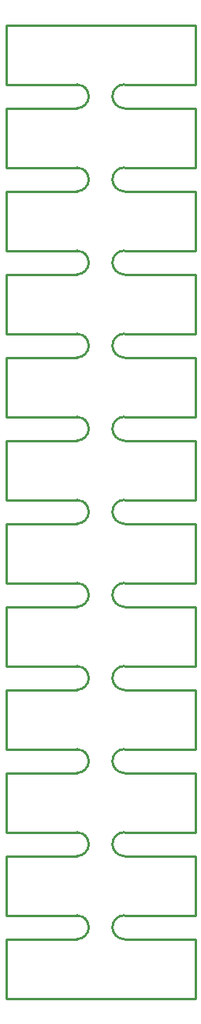
<source format=gbr>
G04 start of page 4 for group 2 idx 2 *
G04 Title: (unknown), outline *
G04 Creator: pcb 20140316 *
G04 CreationDate: Wed 03 Jan 2018 02:51:44 AM GMT UTC *
G04 For: railfan *
G04 Format: Gerber/RS-274X *
G04 PCB-Dimensions (mil): 1000.00 4200.00 *
G04 PCB-Coordinate-Origin: lower left *
%MOIN*%
%FSLAX25Y25*%
%LNOUTLINE*%
%ADD30C,0.0100*%
G54D30*X90000Y250000D02*Y275000D01*
Y215000D02*Y240000D01*
Y180000D02*Y205000D01*
X60000Y275000D02*X90000D01*
X60000Y250000D02*X90000D01*
X60000Y240000D02*X90000D01*
X60000Y215000D02*X90000D01*
X60000Y205000D02*X90000D01*
X60000Y180000D02*X90000D01*
X10000Y415000D02*Y390000D01*
Y380000D02*Y355000D01*
Y345000D02*Y320000D01*
Y310000D02*Y285000D01*
X40000D01*
X60000D02*X90000D01*
Y415000D02*X10000D01*
Y390000D02*X40000D01*
X10000Y380000D02*X40000D01*
X10000Y355000D02*X40000D01*
X10000Y345000D02*X40000D01*
X10000Y320000D02*X40000D01*
X60000D02*X90000D01*
X10000Y310000D02*X40000D01*
X60000D02*X90000D01*
Y390000D02*Y415000D01*
X60000Y390000D02*X90000D01*
X60000Y380000D02*X90000D01*
Y285000D02*Y310000D01*
Y355000D02*Y380000D01*
Y320000D02*Y345000D01*
X60000Y355000D02*X90000D01*
X60000Y345000D02*X90000D01*
Y145000D02*Y170000D01*
Y110000D02*Y135000D01*
Y75000D02*Y100000D01*
Y40000D02*Y65000D01*
X10000Y170000D02*X40000D01*
X10000Y145000D02*X40000D01*
X10000Y135000D02*X40000D01*
X60000Y170000D02*X90000D01*
X60000Y145000D02*X90000D01*
X60000Y135000D02*X90000D01*
X60000Y110000D02*X90000D01*
X60000Y100000D02*X90000D01*
X60000Y75000D02*X90000D01*
X60000Y65000D02*X90000D01*
X10000Y40000D02*X40000D01*
X60000D02*X90000D01*
X10000Y275000D02*Y250000D01*
Y275000D02*X40000D01*
X10000Y250000D02*X40000D01*
X10000Y240000D02*X40000D01*
X10000Y205000D02*Y180000D01*
Y170000D02*Y145000D01*
Y135000D02*Y110000D01*
Y100000D02*Y75000D01*
Y240000D02*Y215000D01*
X40000D01*
X10000Y205000D02*X40000D01*
X10000Y180000D02*X40000D01*
X10000Y65000D02*Y40000D01*
X90000Y5000D02*Y30000D01*
X10000Y5000D02*X90000D01*
X10000Y30000D02*X40000D01*
X60000D02*X90000D01*
X10000D02*Y5000D01*
Y110000D02*X40000D01*
X10000Y100000D02*X40000D01*
X10000Y75000D02*X40000D01*
X10000Y65000D02*X40000D01*
X45000Y315000D02*G75*G03X40000Y320000I-5000J0D01*G01*
X45000Y315000D02*G75*G02X40000Y310000I-5000J0D01*G01*
X45000Y280000D02*G75*G03X40000Y285000I-5000J0D01*G01*
X45000Y280000D02*G75*G02X40000Y275000I-5000J0D01*G01*
X55000Y315000D02*G75*G03X60000Y310000I5000J0D01*G01*
X55000Y280000D02*G75*G02X60000Y285000I5000J0D01*G01*
X55000Y280000D02*G75*G03X60000Y275000I5000J0D01*G01*
X55000Y245000D02*G75*G02X60000Y250000I5000J0D01*G01*
X55000Y245000D02*G75*G03X60000Y240000I5000J0D01*G01*
X45000Y350000D02*G75*G03X40000Y355000I-5000J0D01*G01*
X45000Y350000D02*G75*G02X40000Y345000I-5000J0D01*G01*
X55000Y350000D02*G75*G02X60000Y355000I5000J0D01*G01*
X55000Y350000D02*G75*G03X60000Y345000I5000J0D01*G01*
X45000Y385000D02*G75*G03X40000Y390000I-5000J0D01*G01*
X45000Y385000D02*G75*G02X40000Y380000I-5000J0D01*G01*
X55000Y385000D02*G75*G02X60000Y390000I5000J0D01*G01*
X55000Y385000D02*G75*G03X60000Y380000I5000J0D01*G01*
X55000Y315000D02*G75*G02X60000Y320000I5000J0D01*G01*
X45000Y245000D02*G75*G03X40000Y250000I-5000J0D01*G01*
X45000Y245000D02*G75*G02X40000Y240000I-5000J0D01*G01*
X45000Y210000D02*G75*G03X40000Y215000I-5000J0D01*G01*
X45000Y210000D02*G75*G02X40000Y205000I-5000J0D01*G01*
X55000Y210000D02*G75*G02X60000Y215000I5000J0D01*G01*
X55000Y210000D02*G75*G03X60000Y205000I5000J0D01*G01*
X55000Y175000D02*G75*G02X60000Y180000I5000J0D01*G01*
X55000Y175000D02*G75*G03X60000Y170000I5000J0D01*G01*
X45000Y175000D02*G75*G03X40000Y180000I-5000J0D01*G01*
X45000Y175000D02*G75*G02X40000Y170000I-5000J0D01*G01*
X45000Y140000D02*G75*G03X40000Y145000I-5000J0D01*G01*
X45000Y140000D02*G75*G02X40000Y135000I-5000J0D01*G01*
X45000Y105000D02*G75*G03X40000Y110000I-5000J0D01*G01*
X45000Y105000D02*G75*G02X40000Y100000I-5000J0D01*G01*
X55000Y140000D02*G75*G02X60000Y145000I5000J0D01*G01*
X55000Y140000D02*G75*G03X60000Y135000I5000J0D01*G01*
X55000Y105000D02*G75*G02X60000Y110000I5000J0D01*G01*
X55000Y105000D02*G75*G03X60000Y100000I5000J0D01*G01*
X55000Y70000D02*G75*G02X60000Y75000I5000J0D01*G01*
X55000Y70000D02*G75*G03X60000Y65000I5000J0D01*G01*
X45000Y70000D02*G75*G03X40000Y75000I-5000J0D01*G01*
X45000Y70000D02*G75*G02X40000Y65000I-5000J0D01*G01*
X45000Y35000D02*G75*G03X40000Y40000I-5000J0D01*G01*
X45000Y35000D02*G75*G02X40000Y30000I-5000J0D01*G01*
X55000Y35000D02*G75*G02X60000Y40000I5000J0D01*G01*
X55000Y35000D02*G75*G03X60000Y30000I5000J0D01*G01*
M02*

</source>
